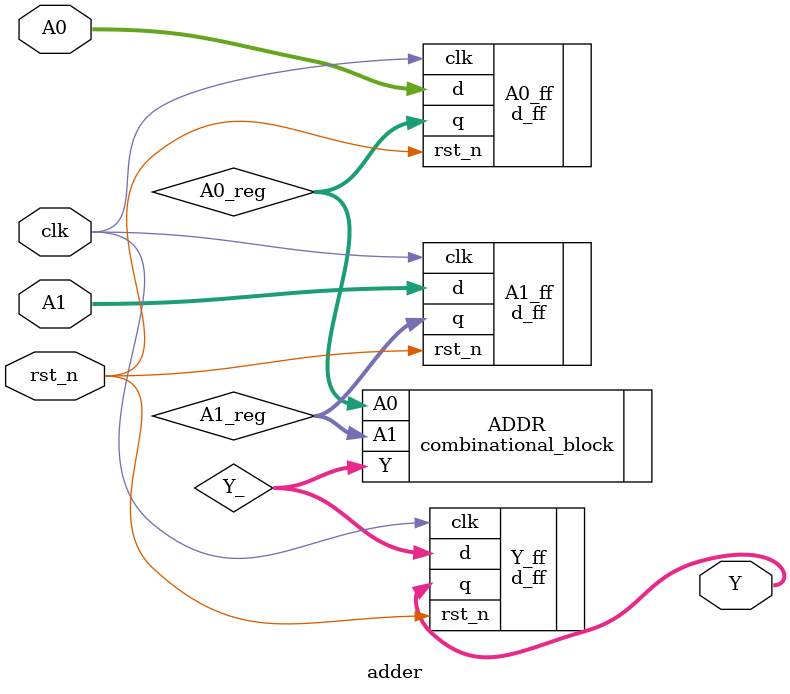
<source format=v>
module adder (
	input clk,    // Clock
	input rst_n,  // Synchronous reset active low
	input [15:0] A0, A1,
	output [15:0] Y
);

wire [15:0] A0_reg, A1_reg, Y_;
d_ff #(.BIT_WIDTH(16)) A0_ff (.clk(clk), .rst_n(rst_n), .d(A0), .q(A0_reg));
d_ff #(.BIT_WIDTH(16)) A1_ff (.clk(clk), .rst_n(rst_n), .d(A1), .q(A1_reg));
d_ff #(.BIT_WIDTH(16)) Y_ff (.clk(clk), .rst_n(rst_n), .d(Y_), .q(Y));

combinational_block #(.BIT_WIDTH(16)) ADDR (.A0(A0_reg), .A1(A1_reg), .Y(Y_));
endmodule


</source>
